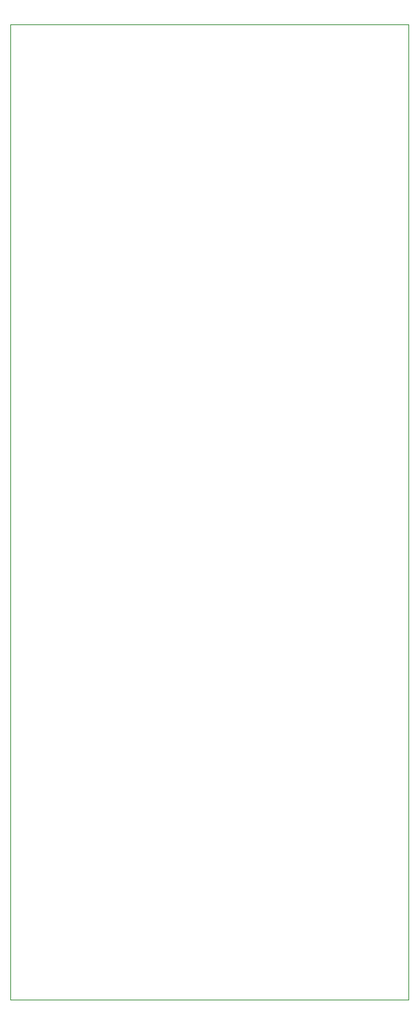
<source format=gbr>
%TF.GenerationSoftware,KiCad,Pcbnew,(7.0.0)*%
%TF.CreationDate,2024-04-19T19:54:10+02:00*%
%TF.ProjectId,IR Sensor Project,49522053-656e-4736-9f72-2050726f6a65,v1*%
%TF.SameCoordinates,Original*%
%TF.FileFunction,Profile,NP*%
%FSLAX46Y46*%
G04 Gerber Fmt 4.6, Leading zero omitted, Abs format (unit mm)*
G04 Created by KiCad (PCBNEW (7.0.0)) date 2024-04-19 19:54:10*
%MOMM*%
%LPD*%
G01*
G04 APERTURE LIST*
%TA.AperFunction,Profile*%
%ADD10C,0.050000*%
%TD*%
G04 APERTURE END LIST*
D10*
X33020000Y-154940000D02*
X33020000Y-43180000D01*
X78740000Y-43180000D02*
X78740000Y-154940000D01*
X33020000Y-43180000D02*
X78740000Y-43180000D01*
X78740000Y-154940000D02*
X33020000Y-154940000D01*
M02*

</source>
